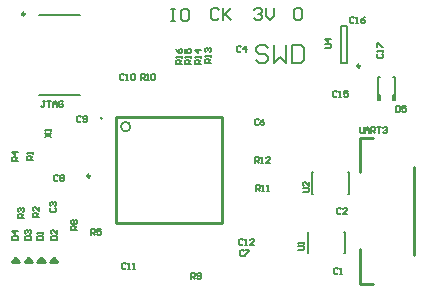
<source format=gto>
%FSAX25Y25*%
%MOIN*%
G70*
G01*
G75*
G04 Layer_Color=65535*
%ADD10C,0.05000*%
%ADD11R,0.02165X0.02362*%
%ADD12R,0.05906X0.01181*%
%ADD13R,0.01181X0.05906*%
%ADD14R,0.02362X0.02165*%
%ADD15R,0.04528X0.05512*%
%ADD16R,0.03740X0.03740*%
%ADD17R,0.02165X0.05709*%
%ADD18R,0.02165X0.05709*%
%ADD19R,0.04331X0.02559*%
%ADD20R,0.05118X0.05906*%
%ADD21R,0.02165X0.05709*%
%ADD22R,0.11024X0.02953*%
G04:AMPARAMS|DCode=23|XSize=31.5mil|YSize=51.18mil|CornerRadius=7.87mil|HoleSize=0mil|Usage=FLASHONLY|Rotation=90.000|XOffset=0mil|YOffset=0mil|HoleType=Round|Shape=RoundedRectangle|*
%AMROUNDEDRECTD23*
21,1,0.03150,0.03543,0,0,90.0*
21,1,0.01575,0.05118,0,0,90.0*
1,1,0.01575,0.01772,0.00787*
1,1,0.01575,0.01772,-0.00787*
1,1,0.01575,-0.01772,-0.00787*
1,1,0.01575,-0.01772,0.00787*
%
%ADD23ROUNDEDRECTD23*%
%ADD24R,0.11811X0.08268*%
%ADD25R,0.03150X0.03150*%
%ADD26C,0.01000*%
%ADD27C,0.02000*%
%ADD28C,0.01500*%
%ADD29C,0.01800*%
%ADD30C,0.03000*%
%ADD31C,0.02362*%
%ADD32C,0.03150*%
%ADD33C,0.03500*%
%ADD34R,0.06890X0.03347*%
G04:AMPARAMS|DCode=35|XSize=68.9mil|YSize=33.47mil|CornerRadius=8.37mil|HoleSize=0mil|Usage=FLASHONLY|Rotation=180.000|XOffset=0mil|YOffset=0mil|HoleType=Round|Shape=RoundedRectangle|*
%AMROUNDEDRECTD35*
21,1,0.06890,0.01673,0,0,180.0*
21,1,0.05217,0.03347,0,0,180.0*
1,1,0.01673,-0.02608,0.00837*
1,1,0.01673,0.02608,0.00837*
1,1,0.01673,0.02608,-0.00837*
1,1,0.01673,-0.02608,-0.00837*
%
%ADD35ROUNDEDRECTD35*%
%ADD36R,0.09843X0.07874*%
%ADD37R,0.09055X0.01969*%
G04:AMPARAMS|DCode=38|XSize=19.69mil|YSize=90.55mil|CornerRadius=4.92mil|HoleSize=0mil|Usage=FLASHONLY|Rotation=270.000|XOffset=0mil|YOffset=0mil|HoleType=Round|Shape=RoundedRectangle|*
%AMROUNDEDRECTD38*
21,1,0.01969,0.08071,0,0,270.0*
21,1,0.00984,0.09055,0,0,270.0*
1,1,0.00984,-0.04035,-0.00492*
1,1,0.00984,-0.04035,0.00492*
1,1,0.00984,0.04035,0.00492*
1,1,0.00984,0.04035,-0.00492*
%
%ADD38ROUNDEDRECTD38*%
%ADD39R,0.06102X0.06299*%
%ADD40R,0.11024X0.05512*%
%ADD41R,0.11811X0.05512*%
%ADD42R,0.07480X0.05512*%
%ADD43R,0.11024X0.06102*%
G04:AMPARAMS|DCode=44|XSize=61.02mil|YSize=82.68mil|CornerRadius=15.26mil|HoleSize=0mil|Usage=FLASHONLY|Rotation=90.000|XOffset=0mil|YOffset=0mil|HoleType=Round|Shape=RoundedRectangle|*
%AMROUNDEDRECTD44*
21,1,0.06102,0.05217,0,0,90.0*
21,1,0.03051,0.08268,0,0,90.0*
1,1,0.03051,0.02608,0.01526*
1,1,0.03051,0.02608,-0.01526*
1,1,0.03051,-0.02608,-0.01526*
1,1,0.03051,-0.02608,0.01526*
%
%ADD44ROUNDEDRECTD44*%
G04:AMPARAMS|DCode=45|XSize=31.5mil|YSize=62.99mil|CornerRadius=7.87mil|HoleSize=0mil|Usage=FLASHONLY|Rotation=90.000|XOffset=0mil|YOffset=0mil|HoleType=Round|Shape=RoundedRectangle|*
%AMROUNDEDRECTD45*
21,1,0.03150,0.04724,0,0,90.0*
21,1,0.01575,0.06299,0,0,90.0*
1,1,0.01575,0.02362,0.00787*
1,1,0.01575,0.02362,-0.00787*
1,1,0.01575,-0.02362,-0.00787*
1,1,0.01575,-0.02362,0.00787*
%
%ADD45ROUNDEDRECTD45*%
%ADD46R,0.06299X0.03150*%
G04:AMPARAMS|DCode=47|XSize=31.5mil|YSize=51.18mil|CornerRadius=7.87mil|HoleSize=0mil|Usage=FLASHONLY|Rotation=180.000|XOffset=0mil|YOffset=0mil|HoleType=Round|Shape=RoundedRectangle|*
%AMROUNDEDRECTD47*
21,1,0.03150,0.03543,0,0,180.0*
21,1,0.01575,0.05118,0,0,180.0*
1,1,0.01575,-0.00787,0.01772*
1,1,0.01575,0.00787,0.01772*
1,1,0.01575,0.00787,-0.01772*
1,1,0.01575,-0.00787,-0.01772*
%
%ADD47ROUNDEDRECTD47*%
%ADD48R,0.08268X0.11811*%
%ADD49R,0.03150X0.05118*%
%ADD50R,0.05118X0.03150*%
%ADD51R,0.14800X0.13400*%
%ADD52R,0.01955X0.02104*%
%ADD53C,0.00787*%
%ADD54C,0.00984*%
%ADD55C,0.00984*%
%ADD56C,0.00500*%
%ADD57C,0.00700*%
D26*
X0323783Y0250783D02*
Y0286216D01*
X0359216D01*
Y0250783D02*
Y0286216D01*
X0323783Y0250783D02*
X0359216D01*
X0423216Y0240215D02*
Y0269742D01*
X0405106Y0279270D02*
X0409437D01*
X0405106Y0267853D02*
Y0279270D01*
Y0230766D02*
Y0242183D01*
Y0230766D02*
X0409437D01*
X0288950Y0238000D02*
X0290150Y0239200D01*
X0288950Y0238000D02*
X0291350D01*
X0290150Y0239200D02*
X0291350Y0238000D01*
X0294433Y0239200D02*
X0295633Y0238000D01*
X0293233D02*
X0295633D01*
X0293233D02*
X0294433Y0239200D01*
X0297517Y0238000D02*
X0298717Y0239200D01*
X0297517Y0238000D02*
X0299917D01*
X0298717Y0239200D02*
X0299917Y0238000D01*
X0303000Y0239200D02*
X0304200Y0238000D01*
X0301800D02*
X0304200D01*
X0301800D02*
X0303000Y0239200D01*
D53*
X0328508Y0283067D02*
G03*
X0328508Y0283067I-0001575J0000000D01*
G01*
X0319113Y0285900D02*
G03*
X0319113Y0285900I-0000300J0000000D01*
G01*
X0401205Y0260757D02*
X0401402D01*
X0401205Y0267843D02*
X0401402D01*
X0389198Y0260757D02*
X0389394D01*
X0389198Y0267843D02*
X0389394D01*
X0389198Y0260757D02*
Y0267843D01*
X0401402Y0260757D02*
Y0267843D01*
X0399706Y0240857D02*
X0399902D01*
X0399706Y0247943D02*
X0399902D01*
X0387698Y0240857D02*
X0387895D01*
X0387698Y0247943D02*
X0387895D01*
X0387698Y0240857D02*
Y0247943D01*
X0399902Y0240857D02*
Y0247943D01*
X0398891Y0304338D02*
X0400860D01*
X0398891Y0316543D02*
X0400860D01*
Y0304338D02*
Y0316543D01*
X0398891Y0304338D02*
Y0316543D01*
X0410947Y0292060D02*
X0411735D01*
X0410947Y0299540D02*
X0411735D01*
X0416065Y0292060D02*
X0416853D01*
X0416065Y0299540D02*
X0416853D01*
X0410947Y0292060D02*
Y0299540D01*
X0416853Y0292060D02*
Y0299540D01*
X0416065Y0292060D02*
Y0293635D01*
X0416853D01*
X0410947D02*
X0411735D01*
Y0292060D02*
Y0293635D01*
X0298128Y0293650D02*
X0311632D01*
X0298128Y0320350D02*
X0311632D01*
D54*
X0315100Y0266600D02*
G03*
X0315100Y0266600I-0000492J0000000D01*
G01*
X0405092Y0303255D02*
G03*
X0405092Y0303255I-0000492J0000000D01*
G01*
D55*
X0293365Y0320583D02*
G03*
X0293365Y0320583I-0000492J0000000D01*
G01*
D56*
X0398733Y0255566D02*
X0398400Y0255899D01*
X0397733D01*
X0397400Y0255566D01*
Y0254233D01*
X0397733Y0253900D01*
X0398400D01*
X0398733Y0254233D01*
X0400732Y0253900D02*
X0399399D01*
X0400732Y0255233D01*
Y0255566D01*
X0400399Y0255899D01*
X0399733D01*
X0399399Y0255566D01*
X0397733Y0235766D02*
X0397400Y0236099D01*
X0396733D01*
X0396400Y0235766D01*
Y0234433D01*
X0396733Y0234100D01*
X0397400D01*
X0397733Y0234433D01*
X0398399Y0234100D02*
X0399066D01*
X0398733D01*
Y0236099D01*
X0398399Y0235766D01*
X0385901Y0261400D02*
X0387567D01*
X0387900Y0261733D01*
Y0262400D01*
X0387567Y0262733D01*
X0385901D01*
X0387900Y0264732D02*
Y0263399D01*
X0386567Y0264732D01*
X0386234D01*
X0385901Y0264399D01*
Y0263733D01*
X0386234Y0263399D01*
X0384401Y0242100D02*
X0386067D01*
X0386400Y0242433D01*
Y0243100D01*
X0386067Y0243433D01*
X0384401D01*
X0386400Y0244099D02*
Y0244766D01*
Y0244433D01*
X0384401D01*
X0384734Y0244099D01*
X0404900Y0283099D02*
Y0281433D01*
X0405233Y0281100D01*
X0405900D01*
X0406233Y0281433D01*
Y0283099D01*
X0406899Y0281100D02*
Y0282433D01*
X0407566Y0283099D01*
X0408232Y0282433D01*
Y0281100D01*
Y0282100D01*
X0406899D01*
X0408899Y0281100D02*
Y0283099D01*
X0409898D01*
X0410232Y0282766D01*
Y0282100D01*
X0409898Y0281766D01*
X0408899D01*
X0409565D02*
X0410232Y0281100D01*
X0410898Y0283099D02*
X0412231D01*
X0411564D01*
Y0281100D01*
X0412897Y0282766D02*
X0413231Y0283099D01*
X0413897D01*
X0414230Y0282766D01*
Y0282433D01*
X0413897Y0282100D01*
X0413564D01*
X0413897D01*
X0414230Y0281766D01*
Y0281433D01*
X0413897Y0281100D01*
X0413231D01*
X0412897Y0281433D01*
X0366133Y0245266D02*
X0365800Y0245599D01*
X0365133D01*
X0364800Y0245266D01*
Y0243933D01*
X0365133Y0243600D01*
X0365800D01*
X0366133Y0243933D01*
X0366799Y0243600D02*
X0367466D01*
X0367133D01*
Y0245599D01*
X0366799Y0245266D01*
X0369798Y0243600D02*
X0368465D01*
X0369798Y0244933D01*
Y0245266D01*
X0369465Y0245599D01*
X0368799D01*
X0368465Y0245266D01*
X0366233Y0241766D02*
X0365900Y0242099D01*
X0365233D01*
X0364900Y0241766D01*
Y0240433D01*
X0365233Y0240100D01*
X0365900D01*
X0366233Y0240433D01*
X0366899Y0242099D02*
X0368232D01*
Y0241766D01*
X0366899Y0240433D01*
Y0240100D01*
X0300133Y0291699D02*
X0299466D01*
X0299800D01*
Y0290033D01*
X0299466Y0289700D01*
X0299133D01*
X0298800Y0290033D01*
X0300799Y0291699D02*
X0302132D01*
X0301466D01*
Y0289700D01*
X0302799D02*
Y0291033D01*
X0303465Y0291699D01*
X0304132Y0291033D01*
Y0289700D01*
Y0290700D01*
X0302799D01*
X0306131Y0291366D02*
X0305798Y0291699D01*
X0305131D01*
X0304798Y0291366D01*
Y0290033D01*
X0305131Y0289700D01*
X0305798D01*
X0306131Y0290033D01*
Y0290700D01*
X0305465D01*
X0345700Y0303900D02*
X0343701D01*
Y0304900D01*
X0344034Y0305233D01*
X0344700D01*
X0345034Y0304900D01*
Y0303900D01*
Y0304566D02*
X0345700Y0305233D01*
Y0305899D02*
Y0306566D01*
Y0306233D01*
X0343701D01*
X0344034Y0305899D01*
X0343701Y0308898D02*
X0344034Y0308232D01*
X0344700Y0307565D01*
X0345367D01*
X0345700Y0307899D01*
Y0308565D01*
X0345367Y0308898D01*
X0345034D01*
X0344700Y0308565D01*
Y0307565D01*
X0393401Y0309300D02*
X0395067D01*
X0395400Y0309633D01*
Y0310300D01*
X0395067Y0310633D01*
X0393401D01*
X0395400Y0312299D02*
X0393401D01*
X0394400Y0311299D01*
Y0312632D01*
X0410934Y0307433D02*
X0410601Y0307100D01*
Y0306433D01*
X0410934Y0306100D01*
X0412267D01*
X0412600Y0306433D01*
Y0307100D01*
X0412267Y0307433D01*
X0412600Y0308099D02*
Y0308766D01*
Y0308433D01*
X0410601D01*
X0410934Y0308099D01*
X0410601Y0309766D02*
Y0311098D01*
X0410934D01*
X0412267Y0309766D01*
X0412600D01*
X0403133Y0319366D02*
X0402800Y0319699D01*
X0402133D01*
X0401800Y0319366D01*
Y0318033D01*
X0402133Y0317700D01*
X0402800D01*
X0403133Y0318033D01*
X0403799Y0317700D02*
X0404466D01*
X0404133D01*
Y0319699D01*
X0403799Y0319366D01*
X0406798Y0319699D02*
X0406132Y0319366D01*
X0405466Y0318700D01*
Y0318033D01*
X0405799Y0317700D01*
X0406465D01*
X0406798Y0318033D01*
Y0318366D01*
X0406465Y0318700D01*
X0405466D01*
X0397333Y0294566D02*
X0397000Y0294899D01*
X0396333D01*
X0396000Y0294566D01*
Y0293233D01*
X0396333Y0292900D01*
X0397000D01*
X0397333Y0293233D01*
X0397999Y0292900D02*
X0398666D01*
X0398333D01*
Y0294899D01*
X0397999Y0294566D01*
X0400998Y0294899D02*
X0399665D01*
Y0293900D01*
X0400332Y0294233D01*
X0400665D01*
X0400998Y0293900D01*
Y0293233D01*
X0400665Y0292900D01*
X0399999D01*
X0399665Y0293233D01*
X0300001Y0279500D02*
X0302000Y0280833D01*
X0300001D02*
X0302000Y0279500D01*
Y0281499D02*
Y0282166D01*
Y0281833D01*
X0300001D01*
X0300334Y0281499D01*
X0348800Y0304000D02*
X0346801D01*
Y0305000D01*
X0347134Y0305333D01*
X0347800D01*
X0348134Y0305000D01*
Y0304000D01*
Y0304666D02*
X0348800Y0305333D01*
Y0305999D02*
Y0306666D01*
Y0306333D01*
X0346801D01*
X0347134Y0305999D01*
X0346801Y0308998D02*
Y0307665D01*
X0347800D01*
X0347467Y0308332D01*
Y0308665D01*
X0347800Y0308998D01*
X0348467D01*
X0348800Y0308665D01*
Y0307999D01*
X0348467Y0307665D01*
X0352100Y0304000D02*
X0350101D01*
Y0305000D01*
X0350434Y0305333D01*
X0351100D01*
X0351434Y0305000D01*
Y0304000D01*
Y0304666D02*
X0352100Y0305333D01*
Y0305999D02*
Y0306666D01*
Y0306333D01*
X0350101D01*
X0350434Y0305999D01*
X0352100Y0308665D02*
X0350101D01*
X0351100Y0307665D01*
Y0308998D01*
X0355400Y0304200D02*
X0353401D01*
Y0305200D01*
X0353734Y0305533D01*
X0354400D01*
X0354734Y0305200D01*
Y0304200D01*
Y0304866D02*
X0355400Y0305533D01*
Y0306199D02*
Y0306866D01*
Y0306533D01*
X0353401D01*
X0353734Y0306199D01*
Y0307866D02*
X0353401Y0308199D01*
Y0308865D01*
X0353734Y0309198D01*
X0354067D01*
X0354400Y0308865D01*
Y0308532D01*
Y0308865D01*
X0354734Y0309198D01*
X0355067D01*
X0355400Y0308865D01*
Y0308199D01*
X0355067Y0307866D01*
X0370200Y0271000D02*
Y0272999D01*
X0371200D01*
X0371533Y0272666D01*
Y0272000D01*
X0371200Y0271666D01*
X0370200D01*
X0370866D02*
X0371533Y0271000D01*
X0372199D02*
X0372866D01*
X0372533D01*
Y0272999D01*
X0372199Y0272666D01*
X0375198Y0271000D02*
X0373866D01*
X0375198Y0272333D01*
Y0272666D01*
X0374865Y0272999D01*
X0374199D01*
X0373866Y0272666D01*
X0370400Y0261600D02*
Y0263599D01*
X0371400D01*
X0371733Y0263266D01*
Y0262600D01*
X0371400Y0262266D01*
X0370400D01*
X0371066D02*
X0371733Y0261600D01*
X0372399D02*
X0373066D01*
X0372733D01*
Y0263599D01*
X0372399Y0263266D01*
X0374065Y0261600D02*
X0374732D01*
X0374399D01*
Y0263599D01*
X0374065Y0263266D01*
X0331900Y0298600D02*
Y0300599D01*
X0332900D01*
X0333233Y0300266D01*
Y0299600D01*
X0332900Y0299266D01*
X0331900D01*
X0332566D02*
X0333233Y0298600D01*
X0333899D02*
X0334566D01*
X0334233D01*
Y0300599D01*
X0333899Y0300266D01*
X0335565D02*
X0335899Y0300599D01*
X0336565D01*
X0336898Y0300266D01*
Y0298933D01*
X0336565Y0298600D01*
X0335899D01*
X0335565Y0298933D01*
Y0300266D01*
X0348700Y0232400D02*
Y0234399D01*
X0349700D01*
X0350033Y0234066D01*
Y0233400D01*
X0349700Y0233066D01*
X0348700D01*
X0349366D02*
X0350033Y0232400D01*
X0350699Y0232733D02*
X0351033Y0232400D01*
X0351699D01*
X0352032Y0232733D01*
Y0234066D01*
X0351699Y0234399D01*
X0351033D01*
X0350699Y0234066D01*
Y0233733D01*
X0351033Y0233400D01*
X0352032D01*
X0310700Y0248600D02*
X0308701D01*
Y0249600D01*
X0309034Y0249933D01*
X0309700D01*
X0310034Y0249600D01*
Y0248600D01*
Y0249266D02*
X0310700Y0249933D01*
X0309034Y0250599D02*
X0308701Y0250933D01*
Y0251599D01*
X0309034Y0251932D01*
X0309367D01*
X0309700Y0251599D01*
X0310034Y0251932D01*
X0310367D01*
X0310700Y0251599D01*
Y0250933D01*
X0310367Y0250599D01*
X0310034D01*
X0309700Y0250933D01*
X0309367Y0250599D01*
X0309034D01*
X0309700Y0250933D02*
Y0251599D01*
X0315400Y0247000D02*
Y0248999D01*
X0316400D01*
X0316733Y0248666D01*
Y0248000D01*
X0316400Y0247666D01*
X0315400D01*
X0316066D02*
X0316733Y0247000D01*
X0318732Y0248999D02*
X0317399D01*
Y0248000D01*
X0318066Y0248333D01*
X0318399D01*
X0318732Y0248000D01*
Y0247333D01*
X0318399Y0247000D01*
X0317733D01*
X0317399Y0247333D01*
X0417100Y0290099D02*
Y0288100D01*
X0418100D01*
X0418433Y0288433D01*
Y0289766D01*
X0418100Y0290099D01*
X0417100D01*
X0420432D02*
X0419099D01*
Y0289100D01*
X0419766Y0289433D01*
X0420099D01*
X0420432Y0289100D01*
Y0288433D01*
X0420099Y0288100D01*
X0419433D01*
X0419099Y0288433D01*
X0327133Y0237366D02*
X0326800Y0237699D01*
X0326133D01*
X0325800Y0237366D01*
Y0236033D01*
X0326133Y0235700D01*
X0326800D01*
X0327133Y0236033D01*
X0327799Y0235700D02*
X0328466D01*
X0328133D01*
Y0237699D01*
X0327799Y0237366D01*
X0329466Y0235700D02*
X0330132D01*
X0329799D01*
Y0237699D01*
X0329466Y0237366D01*
X0326333Y0300366D02*
X0326000Y0300699D01*
X0325333D01*
X0325000Y0300366D01*
Y0299033D01*
X0325333Y0298700D01*
X0326000D01*
X0326333Y0299033D01*
X0326999Y0298700D02*
X0327666D01*
X0327333D01*
Y0300699D01*
X0326999Y0300366D01*
X0328665D02*
X0328999Y0300699D01*
X0329665D01*
X0329998Y0300366D01*
Y0299033D01*
X0329665Y0298700D01*
X0328999D01*
X0328665Y0299033D01*
Y0300366D01*
X0312033Y0286266D02*
X0311700Y0286599D01*
X0311033D01*
X0310700Y0286266D01*
Y0284933D01*
X0311033Y0284600D01*
X0311700D01*
X0312033Y0284933D01*
X0312699D02*
X0313033Y0284600D01*
X0313699D01*
X0314032Y0284933D01*
Y0286266D01*
X0313699Y0286599D01*
X0313033D01*
X0312699Y0286266D01*
Y0285933D01*
X0313033Y0285600D01*
X0314032D01*
X0304533Y0266666D02*
X0304200Y0266999D01*
X0303533D01*
X0303200Y0266666D01*
Y0265333D01*
X0303533Y0265000D01*
X0304200D01*
X0304533Y0265333D01*
X0305199Y0266666D02*
X0305533Y0266999D01*
X0306199D01*
X0306532Y0266666D01*
Y0266333D01*
X0306199Y0266000D01*
X0306532Y0265666D01*
Y0265333D01*
X0306199Y0265000D01*
X0305533D01*
X0305199Y0265333D01*
Y0265666D01*
X0305533Y0266000D01*
X0305199Y0266333D01*
Y0266666D01*
X0305533Y0266000D02*
X0306199D01*
X0371233Y0285366D02*
X0370900Y0285699D01*
X0370233D01*
X0369900Y0285366D01*
Y0284033D01*
X0370233Y0283700D01*
X0370900D01*
X0371233Y0284033D01*
X0373232Y0285699D02*
X0372566Y0285366D01*
X0371899Y0284700D01*
Y0284033D01*
X0372233Y0283700D01*
X0372899D01*
X0373232Y0284033D01*
Y0284366D01*
X0372899Y0284700D01*
X0371899D01*
X0365433Y0309666D02*
X0365100Y0309999D01*
X0364433D01*
X0364100Y0309666D01*
Y0308333D01*
X0364433Y0308000D01*
X0365100D01*
X0365433Y0308333D01*
X0367099Y0308000D02*
Y0309999D01*
X0366099Y0309000D01*
X0367432D01*
X0302134Y0255833D02*
X0301801Y0255500D01*
Y0254833D01*
X0302134Y0254500D01*
X0303467D01*
X0303800Y0254833D01*
Y0255500D01*
X0303467Y0255833D01*
X0302134Y0256499D02*
X0301801Y0256833D01*
Y0257499D01*
X0302134Y0257832D01*
X0302467D01*
X0302800Y0257499D01*
Y0257166D01*
Y0257499D01*
X0303134Y0257832D01*
X0303467D01*
X0303800Y0257499D01*
Y0256833D01*
X0303467Y0256499D01*
X0290900Y0271600D02*
X0288901D01*
Y0272600D01*
X0289234Y0272933D01*
X0289900D01*
X0290234Y0272600D01*
Y0271600D01*
Y0272266D02*
X0290900Y0272933D01*
Y0274599D02*
X0288901D01*
X0289900Y0273599D01*
Y0274932D01*
X0293100Y0252700D02*
X0291101D01*
Y0253700D01*
X0291434Y0254033D01*
X0292100D01*
X0292434Y0253700D01*
Y0252700D01*
Y0253366D02*
X0293100Y0254033D01*
X0291434Y0254699D02*
X0291101Y0255033D01*
Y0255699D01*
X0291434Y0256032D01*
X0291767D01*
X0292100Y0255699D01*
Y0255366D01*
Y0255699D01*
X0292434Y0256032D01*
X0292767D01*
X0293100Y0255699D01*
Y0255033D01*
X0292767Y0254699D01*
X0298100Y0252800D02*
X0296101D01*
Y0253800D01*
X0296434Y0254133D01*
X0297100D01*
X0297434Y0253800D01*
Y0252800D01*
Y0253466D02*
X0298100Y0254133D01*
Y0256132D02*
Y0254799D01*
X0296767Y0256132D01*
X0296434D01*
X0296101Y0255799D01*
Y0255133D01*
X0296434Y0254799D01*
X0296000Y0271800D02*
X0294001D01*
Y0272800D01*
X0294334Y0273133D01*
X0295000D01*
X0295334Y0272800D01*
Y0271800D01*
Y0272466D02*
X0296000Y0273133D01*
Y0273799D02*
Y0274466D01*
Y0274133D01*
X0294001D01*
X0294334Y0273799D01*
X0289101Y0245200D02*
X0291100D01*
Y0246200D01*
X0290767Y0246533D01*
X0289434D01*
X0289101Y0246200D01*
Y0245200D01*
X0291100Y0248199D02*
X0289101D01*
X0290100Y0247199D01*
Y0248532D01*
X0293301Y0245300D02*
X0295300D01*
Y0246300D01*
X0294967Y0246633D01*
X0293634D01*
X0293301Y0246300D01*
Y0245300D01*
X0293634Y0247299D02*
X0293301Y0247633D01*
Y0248299D01*
X0293634Y0248632D01*
X0293967D01*
X0294300Y0248299D01*
Y0247966D01*
Y0248299D01*
X0294634Y0248632D01*
X0294967D01*
X0295300Y0248299D01*
Y0247633D01*
X0294967Y0247299D01*
X0302001Y0245400D02*
X0304000D01*
Y0246400D01*
X0303667Y0246733D01*
X0302334D01*
X0302001Y0246400D01*
Y0245400D01*
X0304000Y0248732D02*
Y0247399D01*
X0302667Y0248732D01*
X0302334D01*
X0302001Y0248399D01*
Y0247733D01*
X0302334Y0247399D01*
X0297501Y0245400D02*
X0299500D01*
Y0246400D01*
X0299167Y0246733D01*
X0297834D01*
X0297501Y0246400D01*
Y0245400D01*
X0299500Y0247399D02*
Y0248066D01*
Y0247733D01*
X0297501D01*
X0297834Y0247399D01*
D57*
X0383100Y0321932D02*
X0383766Y0322599D01*
X0385099D01*
X0385766Y0321932D01*
Y0319266D01*
X0385099Y0318600D01*
X0383766D01*
X0383100Y0319266D01*
Y0321932D01*
X0369800D02*
X0370466Y0322599D01*
X0371799D01*
X0372466Y0321932D01*
Y0321266D01*
X0371799Y0320599D01*
X0371133D01*
X0371799D01*
X0372466Y0319933D01*
Y0319266D01*
X0371799Y0318600D01*
X0370466D01*
X0369800Y0319266D01*
X0373799Y0322599D02*
Y0319933D01*
X0375132Y0318600D01*
X0376465Y0319933D01*
Y0322599D01*
X0357966Y0321832D02*
X0357299Y0322499D01*
X0355966D01*
X0355300Y0321832D01*
Y0319166D01*
X0355966Y0318500D01*
X0357299D01*
X0357966Y0319166D01*
X0359299Y0322499D02*
Y0318500D01*
Y0319833D01*
X0361965Y0322499D01*
X0359965Y0320499D01*
X0361965Y0318500D01*
X0342000Y0322199D02*
X0343333D01*
X0342666D01*
Y0318200D01*
X0342000D01*
X0343333D01*
X0347332Y0322199D02*
X0345999D01*
X0345332Y0321532D01*
Y0318866D01*
X0345999Y0318200D01*
X0347332D01*
X0347998Y0318866D01*
Y0321532D01*
X0347332Y0322199D01*
X0374499Y0309298D02*
X0373499Y0310298D01*
X0371500D01*
X0370500Y0309298D01*
Y0308299D01*
X0371500Y0307299D01*
X0373499D01*
X0374499Y0306299D01*
Y0305300D01*
X0373499Y0304300D01*
X0371500D01*
X0370500Y0305300D01*
X0376498Y0310298D02*
Y0304300D01*
X0378497Y0306299D01*
X0380497Y0304300D01*
Y0310298D01*
X0382496D02*
Y0304300D01*
X0385495D01*
X0386495Y0305300D01*
Y0309298D01*
X0385495Y0310298D01*
X0382496D01*
M02*

</source>
